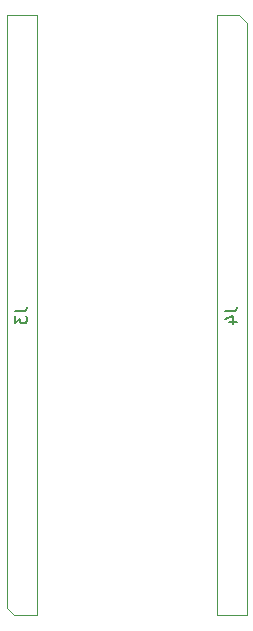
<source format=gbr>
G04 #@! TF.GenerationSoftware,KiCad,Pcbnew,(5.1.9)-1*
G04 #@! TF.CreationDate,2021-05-14T16:57:38+01:00*
G04 #@! TF.ProjectId,EnvOpenPico,456e764f-7065-46e5-9069-636f2e6b6963,REV1*
G04 #@! TF.SameCoordinates,Original*
G04 #@! TF.FileFunction,Other,Fab,Bot*
%FSLAX46Y46*%
G04 Gerber Fmt 4.6, Leading zero omitted, Abs format (unit mm)*
G04 Created by KiCad (PCBNEW (5.1.9)-1) date 2021-05-14 16:57:38*
%MOMM*%
%LPD*%
G01*
G04 APERTURE LIST*
%ADD10C,0.100000*%
%ADD11C,0.150000*%
G04 APERTURE END LIST*
D10*
X113165000Y-57455000D02*
X111260000Y-57455000D01*
X111260000Y-57455000D02*
X111260000Y-108255000D01*
X111260000Y-108255000D02*
X113800000Y-108255000D01*
X113800000Y-108255000D02*
X113800000Y-58090000D01*
X113800000Y-58090000D02*
X113165000Y-57455000D01*
X94115000Y-108255000D02*
X96020000Y-108255000D01*
X96020000Y-108255000D02*
X96020000Y-57455000D01*
X96020000Y-57455000D02*
X93480000Y-57455000D01*
X93480000Y-57455000D02*
X93480000Y-107620000D01*
X93480000Y-107620000D02*
X94115000Y-108255000D01*
D11*
X111982380Y-82521666D02*
X112696666Y-82521666D01*
X112839523Y-82474047D01*
X112934761Y-82378809D01*
X112982380Y-82235952D01*
X112982380Y-82140714D01*
X112315714Y-83426428D02*
X112982380Y-83426428D01*
X111934761Y-83188333D02*
X112649047Y-82950238D01*
X112649047Y-83569285D01*
X94202380Y-82521666D02*
X94916666Y-82521666D01*
X95059523Y-82474047D01*
X95154761Y-82378809D01*
X95202380Y-82235952D01*
X95202380Y-82140714D01*
X94202380Y-82902619D02*
X94202380Y-83521666D01*
X94583333Y-83188333D01*
X94583333Y-83331190D01*
X94630952Y-83426428D01*
X94678571Y-83474047D01*
X94773809Y-83521666D01*
X95011904Y-83521666D01*
X95107142Y-83474047D01*
X95154761Y-83426428D01*
X95202380Y-83331190D01*
X95202380Y-83045476D01*
X95154761Y-82950238D01*
X95107142Y-82902619D01*
M02*

</source>
